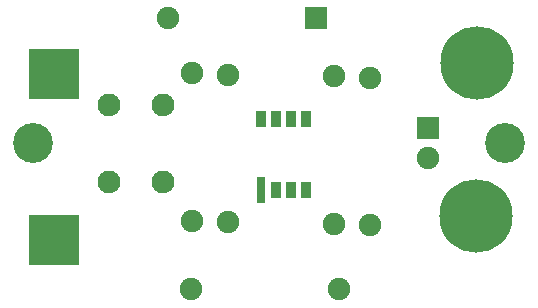
<source format=gbr>
G04 EAGLE Gerber RS-274X export*
G75*
%MOMM*%
%FSLAX34Y34*%
%LPD*%
%AMOC8*
5,1,8,0,0,1.08239X$1,22.5*%
G01*
%ADD10C,3.378200*%
%ADD11C,1.903200*%
%ADD12R,1.903200X1.903200*%
%ADD13R,4.203200X4.203200*%
%ADD14C,6.203200*%
%ADD15C,1.930400*%
%ADD16R,0.838200X1.473200*%
%ADD17R,0.703200X2.203200*%


D10*
X50000Y150000D03*
X450000Y150000D03*
D11*
X164600Y255900D03*
D12*
X289600Y255900D03*
X384900Y162700D03*
D11*
X384900Y137300D03*
D13*
X67800Y68400D03*
X67800Y208400D03*
D14*
X426300Y218100D03*
X424900Y88600D03*
D11*
X185200Y84300D03*
X185200Y209300D03*
X305200Y81900D03*
X305200Y206900D03*
X335600Y205700D03*
X335600Y80700D03*
X215600Y208100D03*
X215600Y83100D03*
X184300Y26400D03*
X309300Y26400D03*
D15*
X114900Y182500D03*
X159900Y182500D03*
X114900Y117500D03*
X159900Y117500D03*
D16*
X243450Y170800D03*
X256150Y170800D03*
X268850Y170800D03*
X281550Y170800D03*
D17*
X243450Y110800D03*
D16*
X256150Y110800D03*
X268850Y110800D03*
X281550Y110800D03*
M02*

</source>
